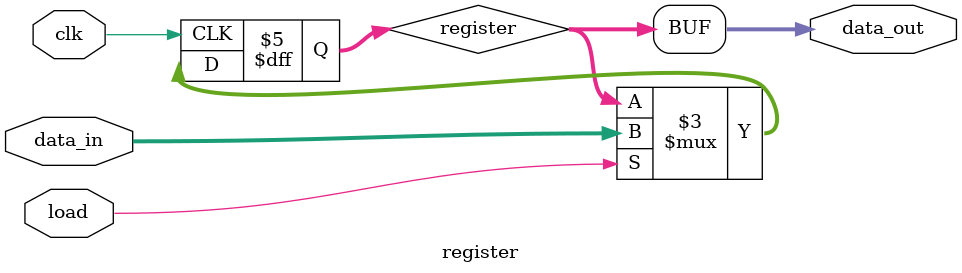
<source format=v>
`timescale 1ns / 1ps


module register#(parameter K = 8)(

    input wire [K-1:0] data_in,
    input wire clk,
    input wire load,
    output wire [K-1:0] data_out

    );
    
    reg [K-1:0] register;
    
    always @(posedge clk) begin
        if(load)
            register <= data_in;
        else
            register <= register;
    end
    
    assign data_out = register;
endmodule

</source>
